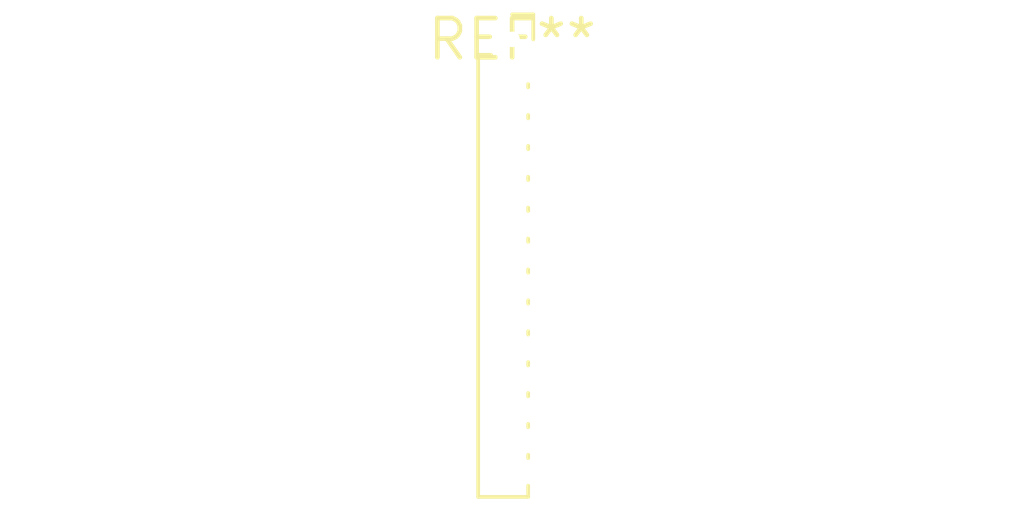
<source format=kicad_pcb>
(kicad_pcb (version 20240108) (generator pcbnew)
  (layers (0 "F.Cu" signal) (31 "B.Cu" signal) (34 "B.Paste" user) (35 "F.Paste" user) (36 "B.SilkS" user "B.Silkscreen") (37 "F.SilkS" user "F.Silkscreen") (38 "B.Mask" user) (39 "F.Mask" user) (44 "Edge.Cuts" user))
  (net 0 "")
  (footprint "PinSocket_1x15_P1.00mm_Vertical" (layer "F.Cu") (at 0 0)
    (property "Reference" "REF**")
    (property "Value" "PinSocket_1x15_P1.00mm_Vertical")
    (fp_line (start -1.1 0.5) (end -1.1 14.81) (layer "F.SilkS") (stroke (width 0.12)))
    (fp_line (start -1.1 0.5) (end -0.685 0.5) (layer "F.SilkS") (stroke (width 0.12)))
    (fp_line (start -1.1 14.81) (end 0.52 14.81) (layer "F.SilkS") (stroke (width 0.12)))
    (fp_line (start 0 -0.81) (end 0.685 -0.81) (layer "F.SilkS") (stroke (width 0.12)))
    (fp_line (start 0.52 1.445898) (end 0.52 1.554102) (layer "F.SilkS") (stroke (width 0.12)))
    (fp_line (start 0.52 2.445898) (end 0.52 2.554102) (layer "F.SilkS") (stroke (width 0.12)))
    (fp_line (start 0.52 3.445898) (end 0.52 3.554102) (layer "F.SilkS") (stroke (width 0.12)))
    (fp_line (start 0.52 4.445898) (end 0.52 4.554102) (layer "F.SilkS") (stroke (width 0.12)))
    (fp_line (start 0.52 5.445898) (end 0.52 5.554102) (layer "F.SilkS") (stroke (width 0.12)))
    (fp_line (start 0.52 6.445898) (end 0.52 6.554102) (layer "F.SilkS") (stroke (width 0.12)))
    (fp_line (start 0.52 7.445898) (end 0.52 7.554102) (layer "F.SilkS") (stroke (width 0.12)))
    (fp_line (start 0.52 8.445898) (end 0.52 8.554102) (layer "F.SilkS") (stroke (width 0.12)))
    (fp_line (start 0.52 9.445898) (end 0.52 9.554102) (layer "F.SilkS") (stroke (width 0.12)))
    (fp_line (start 0.52 10.445898) (end 0.52 10.554102) (layer "F.SilkS") (stroke (width 0.12)))
    (fp_line (start 0.52 11.445898) (end 0.52 11.554102) (layer "F.SilkS") (stroke (width 0.12)))
    (fp_line (start 0.52 12.445898) (end 0.52 12.554102) (layer "F.SilkS") (stroke (width 0.12)))
    (fp_line (start 0.52 13.445898) (end 0.52 13.554102) (layer "F.SilkS") (stroke (width 0.12)))
    (fp_line (start 0.52 14.445898) (end 0.52 14.81) (layer "F.SilkS") (stroke (width 0.12)))
    (fp_line (start 0.685 -0.81) (end 0.685 0) (layer "F.SilkS") (stroke (width 0.12)))
    (pad "1" thru_hole rect (at 0 0) (size 0.85 0.85) (drill 0.5) (layers *.Cu *.Mask) (remove_unused_layers))
    (pad "2" thru_hole oval (at 0 1) (size 0.85 0.85) (drill 0.5) (layers *.Cu *.Mask) (remove_unused_layers))
    (pad "3" thru_hole oval (at 0 2) (size 0.85 0.85) (drill 0.5) (layers *.Cu *.Mask) (remove_unused_layers))
    (pad "4" thru_hole oval (at 0 3) (size 0.85 0.85) (drill 0.5) (layers *.Cu *.Mask) (remove_unused_layers))
    (pad "5" thru_hole oval (at 0 4) (size 0.85 0.85) (drill 0.5) (layers *.Cu *.Mask) (remove_unused_layers))
    (pad "6" thru_hole oval (at 0 5) (size 0.85 0.85) (drill 0.5) (layers *.Cu *.Mask) (remove_unused_layers))
    (pad "7" thru_hole oval (at 0 6) (size 0.85 0.85) (drill 0.5) (layers *.Cu *.Mask) (remove_unused_layers))
    (pad "8" thru_hole oval (at 0 7) (size 0.85 0.85) (drill 0.5) (layers *.Cu *.Mask) (remove_unused_layers))
    (pad "9" thru_hole oval (at 0 8) (size 0.85 0.85) (drill 0.5) (layers *.Cu *.Mask) (remove_unused_layers))
    (pad "10" thru_hole oval (at 0 9) (size 0.85 0.85) (drill 0.5) (layers *.Cu *.Mask) (remove_unused_layers))
    (pad "11" thru_hole oval (at 0 10) (size 0.85 0.85) (drill 0.5) (layers *.Cu *.Mask) (remove_unused_layers))
    (pad "12" thru_hole oval (at 0 11) (size 0.85 0.85) (drill 0.5) (layers *.Cu *.Mask) (remove_unused_layers))
    (pad "13" thru_hole oval (at 0 12) (size 0.85 0.85) (drill 0.5) (layers *.Cu *.Mask) (remove_unused_layers))
    (pad "14" thru_hole oval (at 0 13) (size 0.85 0.85) (drill 0.5) (layers *.Cu *.Mask) (remove_unused_layers))
    (pad "15" thru_hole oval (at 0 14) (size 0.85 0.85) (drill 0.5) (layers *.Cu *.Mask) (remove_unused_layers))
  )
)
</source>
